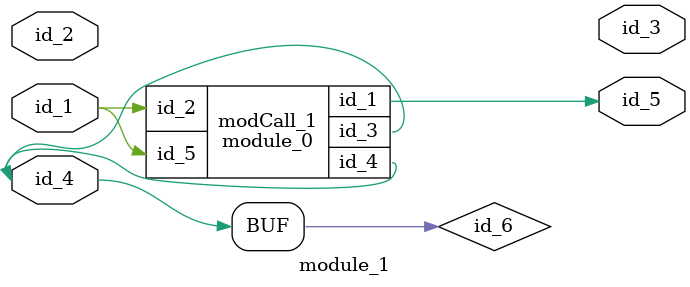
<source format=v>
module module_0 (
    id_1,
    id_2,
    id_3,
    id_4,
    id_5
);
  input wire id_5;
  output wire id_4;
  inout wire id_3;
  input wire id_2;
  output wire id_1;
  assign id_3 = -1;
endmodule
module module_1 (
    id_1,
    id_2,
    id_3,
    id_4,
    id_5
);
  output wire id_5;
  input wire id_4;
  output wire id_3;
  input wire id_2;
  input wire id_1;
  wire id_6 = id_4;
  module_0 modCall_1 (
      id_5,
      id_1,
      id_6,
      id_6,
      id_1
  );
  assign id_3[1] = 1;
endmodule

</source>
